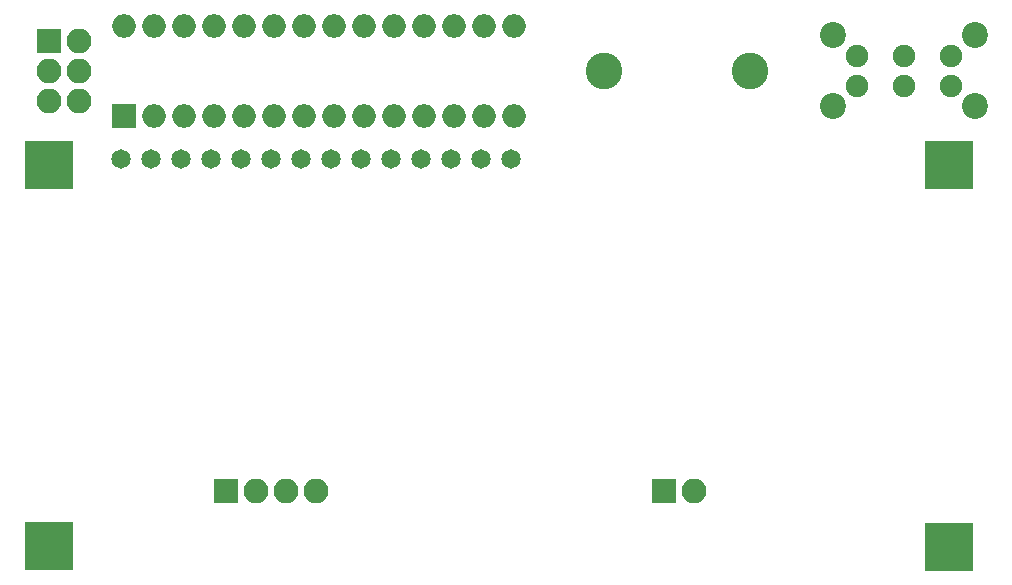
<source format=gbr>
G04 #@! TF.FileFunction,Soldermask,Bot*
%FSLAX46Y46*%
G04 Gerber Fmt 4.6, Leading zero omitted, Abs format (unit mm)*
G04 Created by KiCad (PCBNEW 4.0.6) date Fri Mar 17 12:33:41 2017*
%MOMM*%
%LPD*%
G01*
G04 APERTURE LIST*
%ADD10C,0.100000*%
%ADD11R,2.100000X2.100000*%
%ADD12O,2.100000X2.100000*%
%ADD13C,1.900000*%
%ADD14C,2.200000*%
%ADD15R,2.000000X2.000000*%
%ADD16O,2.000000X2.000000*%
%ADD17C,3.100000*%
%ADD18R,4.150000X4.150000*%
%ADD19C,1.650000*%
G04 APERTURE END LIST*
D10*
D11*
X81280000Y-62230000D03*
D12*
X83820000Y-62230000D03*
D11*
X29210000Y-24130000D03*
D12*
X31750000Y-24130000D03*
X29210000Y-26670000D03*
X31750000Y-26670000D03*
X29210000Y-29210000D03*
X31750000Y-29210000D03*
D11*
X44197000Y-62217000D03*
D12*
X46737000Y-62217000D03*
X49277000Y-62217000D03*
X51817000Y-62217000D03*
D13*
X97600000Y-25420000D03*
X101600000Y-25420000D03*
X105600000Y-25420000D03*
X97600000Y-27920000D03*
X101600000Y-27920000D03*
X105600000Y-27920000D03*
D14*
X95600000Y-23670000D03*
X107600000Y-23670000D03*
X95600000Y-29670000D03*
X107600000Y-29670000D03*
D15*
X35560000Y-30480000D03*
D16*
X68580000Y-22860000D03*
X38100000Y-30480000D03*
X66040000Y-22860000D03*
X40640000Y-30480000D03*
X63500000Y-22860000D03*
X43180000Y-30480000D03*
X60960000Y-22860000D03*
X45720000Y-30480000D03*
X58420000Y-22860000D03*
X48260000Y-30480000D03*
X55880000Y-22860000D03*
X50800000Y-30480000D03*
X53340000Y-22860000D03*
X53340000Y-30480000D03*
X50800000Y-22860000D03*
X55880000Y-30480000D03*
X48260000Y-22860000D03*
X58420000Y-30480000D03*
X45720000Y-22860000D03*
X60960000Y-30480000D03*
X43180000Y-22860000D03*
X63500000Y-30480000D03*
X40640000Y-22860000D03*
X66040000Y-30480000D03*
X38100000Y-22860000D03*
X68580000Y-30480000D03*
X35560000Y-22860000D03*
D17*
X76200000Y-26670000D03*
X88540000Y-26670000D03*
D18*
X29185000Y-34675000D03*
X105435000Y-34675000D03*
X29185000Y-66925000D03*
X105435000Y-66950000D03*
D19*
X35310000Y-34130000D03*
X37850000Y-34130000D03*
X40390000Y-34130000D03*
X42930000Y-34130000D03*
X45470000Y-34130000D03*
X48010000Y-34130000D03*
X50550000Y-34130000D03*
X53090000Y-34130000D03*
X55630000Y-34130000D03*
X58170000Y-34130000D03*
X60710000Y-34130000D03*
X63250000Y-34130000D03*
X65790000Y-34130000D03*
X68330000Y-34130000D03*
M02*

</source>
